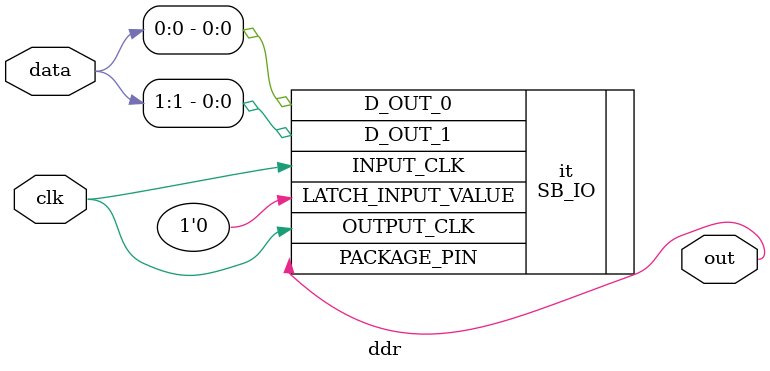
<source format=v>
module ddr
  (
   input       clk,
   input [1:0] data,
   output      out
   );

   SB_IO
     #(
       .PIN_TYPE(6'b010001)
       ) it
       (
        .PACKAGE_PIN(out),
        .LATCH_INPUT_VALUE(1'b0),
        .INPUT_CLK(clk),
        .OUTPUT_CLK(clk),
        .D_OUT_0(data[0]),
        .D_OUT_1(data[1]));
endmodule // ddr

</source>
